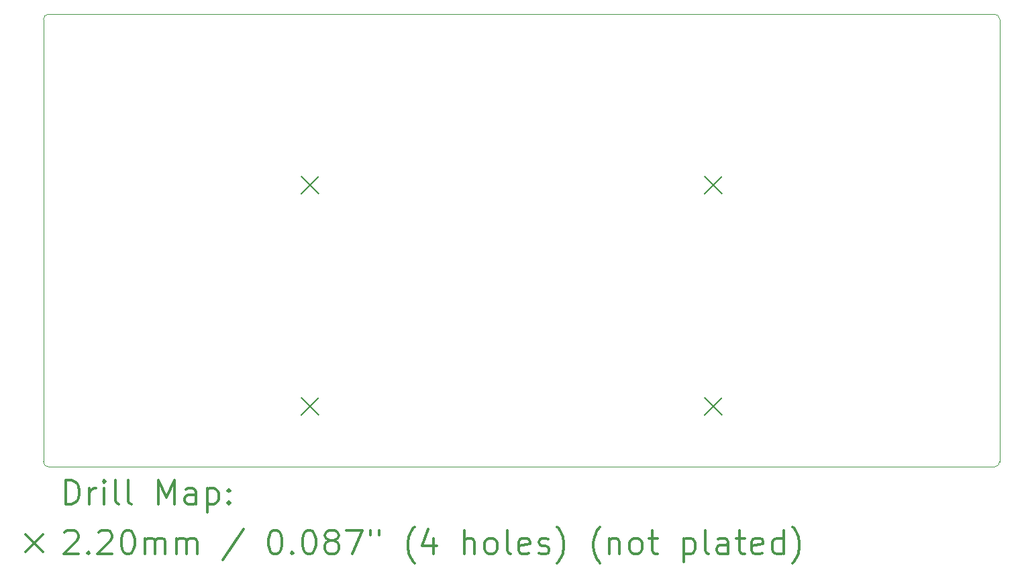
<source format=gbr>
%FSLAX45Y45*%
G04 Gerber Fmt 4.5, Leading zero omitted, Abs format (unit mm)*
G04 Created by KiCad (PCBNEW (5.1.9)-1) date 2022-04-18 12:46:46*
%MOMM*%
%LPD*%
G01*
G04 APERTURE LIST*
%TA.AperFunction,Profile*%
%ADD10C,0.100000*%
%TD*%
%ADD11C,0.200000*%
%ADD12C,0.300000*%
G04 APERTURE END LIST*
D10*
X13398500Y-2222500D02*
G75*
G02*
X13462000Y-2286000I0J-63500D01*
G01*
X13462000Y-7874000D02*
G75*
G02*
X13398500Y-7937500I-63500J0D01*
G01*
X1460500Y-7937500D02*
G75*
G02*
X1397000Y-7874000I0J63500D01*
G01*
X1397000Y-2286000D02*
G75*
G02*
X1460500Y-2222500I63500J0D01*
G01*
X13462000Y-2286000D02*
X13462000Y-7874000D01*
X1460500Y-2222500D02*
X13398500Y-2222500D01*
X1397000Y-7874000D02*
X1397000Y-2286000D01*
X13398500Y-7937500D02*
X1460500Y-7937500D01*
D11*
X4652500Y-4271500D02*
X4872500Y-4491500D01*
X4872500Y-4271500D02*
X4652500Y-4491500D01*
X4652500Y-7065500D02*
X4872500Y-7285500D01*
X4872500Y-7065500D02*
X4652500Y-7285500D01*
X9739500Y-4271500D02*
X9959500Y-4491500D01*
X9959500Y-4271500D02*
X9739500Y-4491500D01*
X9739500Y-7065500D02*
X9959500Y-7285500D01*
X9959500Y-7065500D02*
X9739500Y-7285500D01*
D12*
X1678428Y-8408214D02*
X1678428Y-8108214D01*
X1749857Y-8108214D01*
X1792714Y-8122500D01*
X1821286Y-8151071D01*
X1835571Y-8179643D01*
X1849857Y-8236786D01*
X1849857Y-8279643D01*
X1835571Y-8336786D01*
X1821286Y-8365357D01*
X1792714Y-8393929D01*
X1749857Y-8408214D01*
X1678428Y-8408214D01*
X1978428Y-8408214D02*
X1978428Y-8208214D01*
X1978428Y-8265357D02*
X1992714Y-8236786D01*
X2007000Y-8222500D01*
X2035571Y-8208214D01*
X2064143Y-8208214D01*
X2164143Y-8408214D02*
X2164143Y-8208214D01*
X2164143Y-8108214D02*
X2149857Y-8122500D01*
X2164143Y-8136786D01*
X2178428Y-8122500D01*
X2164143Y-8108214D01*
X2164143Y-8136786D01*
X2349857Y-8408214D02*
X2321286Y-8393929D01*
X2307000Y-8365357D01*
X2307000Y-8108214D01*
X2507000Y-8408214D02*
X2478428Y-8393929D01*
X2464143Y-8365357D01*
X2464143Y-8108214D01*
X2849857Y-8408214D02*
X2849857Y-8108214D01*
X2949857Y-8322500D01*
X3049857Y-8108214D01*
X3049857Y-8408214D01*
X3321286Y-8408214D02*
X3321286Y-8251071D01*
X3307000Y-8222500D01*
X3278428Y-8208214D01*
X3221286Y-8208214D01*
X3192714Y-8222500D01*
X3321286Y-8393929D02*
X3292714Y-8408214D01*
X3221286Y-8408214D01*
X3192714Y-8393929D01*
X3178428Y-8365357D01*
X3178428Y-8336786D01*
X3192714Y-8308214D01*
X3221286Y-8293929D01*
X3292714Y-8293929D01*
X3321286Y-8279643D01*
X3464143Y-8208214D02*
X3464143Y-8508214D01*
X3464143Y-8222500D02*
X3492714Y-8208214D01*
X3549857Y-8208214D01*
X3578428Y-8222500D01*
X3592714Y-8236786D01*
X3607000Y-8265357D01*
X3607000Y-8351071D01*
X3592714Y-8379643D01*
X3578428Y-8393929D01*
X3549857Y-8408214D01*
X3492714Y-8408214D01*
X3464143Y-8393929D01*
X3735571Y-8379643D02*
X3749857Y-8393929D01*
X3735571Y-8408214D01*
X3721286Y-8393929D01*
X3735571Y-8379643D01*
X3735571Y-8408214D01*
X3735571Y-8222500D02*
X3749857Y-8236786D01*
X3735571Y-8251071D01*
X3721286Y-8236786D01*
X3735571Y-8222500D01*
X3735571Y-8251071D01*
X1172000Y-8792500D02*
X1392000Y-9012500D01*
X1392000Y-8792500D02*
X1172000Y-9012500D01*
X1664143Y-8766786D02*
X1678428Y-8752500D01*
X1707000Y-8738214D01*
X1778428Y-8738214D01*
X1807000Y-8752500D01*
X1821286Y-8766786D01*
X1835571Y-8795357D01*
X1835571Y-8823929D01*
X1821286Y-8866786D01*
X1649857Y-9038214D01*
X1835571Y-9038214D01*
X1964143Y-9009643D02*
X1978428Y-9023929D01*
X1964143Y-9038214D01*
X1949857Y-9023929D01*
X1964143Y-9009643D01*
X1964143Y-9038214D01*
X2092714Y-8766786D02*
X2107000Y-8752500D01*
X2135571Y-8738214D01*
X2207000Y-8738214D01*
X2235571Y-8752500D01*
X2249857Y-8766786D01*
X2264143Y-8795357D01*
X2264143Y-8823929D01*
X2249857Y-8866786D01*
X2078428Y-9038214D01*
X2264143Y-9038214D01*
X2449857Y-8738214D02*
X2478428Y-8738214D01*
X2507000Y-8752500D01*
X2521286Y-8766786D01*
X2535571Y-8795357D01*
X2549857Y-8852500D01*
X2549857Y-8923929D01*
X2535571Y-8981072D01*
X2521286Y-9009643D01*
X2507000Y-9023929D01*
X2478428Y-9038214D01*
X2449857Y-9038214D01*
X2421286Y-9023929D01*
X2407000Y-9009643D01*
X2392714Y-8981072D01*
X2378428Y-8923929D01*
X2378428Y-8852500D01*
X2392714Y-8795357D01*
X2407000Y-8766786D01*
X2421286Y-8752500D01*
X2449857Y-8738214D01*
X2678428Y-9038214D02*
X2678428Y-8838214D01*
X2678428Y-8866786D02*
X2692714Y-8852500D01*
X2721286Y-8838214D01*
X2764143Y-8838214D01*
X2792714Y-8852500D01*
X2807000Y-8881072D01*
X2807000Y-9038214D01*
X2807000Y-8881072D02*
X2821286Y-8852500D01*
X2849857Y-8838214D01*
X2892714Y-8838214D01*
X2921286Y-8852500D01*
X2935571Y-8881072D01*
X2935571Y-9038214D01*
X3078428Y-9038214D02*
X3078428Y-8838214D01*
X3078428Y-8866786D02*
X3092714Y-8852500D01*
X3121286Y-8838214D01*
X3164143Y-8838214D01*
X3192714Y-8852500D01*
X3207000Y-8881072D01*
X3207000Y-9038214D01*
X3207000Y-8881072D02*
X3221286Y-8852500D01*
X3249857Y-8838214D01*
X3292714Y-8838214D01*
X3321286Y-8852500D01*
X3335571Y-8881072D01*
X3335571Y-9038214D01*
X3921286Y-8723929D02*
X3664143Y-9109643D01*
X4307000Y-8738214D02*
X4335571Y-8738214D01*
X4364143Y-8752500D01*
X4378428Y-8766786D01*
X4392714Y-8795357D01*
X4407000Y-8852500D01*
X4407000Y-8923929D01*
X4392714Y-8981072D01*
X4378428Y-9009643D01*
X4364143Y-9023929D01*
X4335571Y-9038214D01*
X4307000Y-9038214D01*
X4278428Y-9023929D01*
X4264143Y-9009643D01*
X4249857Y-8981072D01*
X4235571Y-8923929D01*
X4235571Y-8852500D01*
X4249857Y-8795357D01*
X4264143Y-8766786D01*
X4278428Y-8752500D01*
X4307000Y-8738214D01*
X4535571Y-9009643D02*
X4549857Y-9023929D01*
X4535571Y-9038214D01*
X4521286Y-9023929D01*
X4535571Y-9009643D01*
X4535571Y-9038214D01*
X4735571Y-8738214D02*
X4764143Y-8738214D01*
X4792714Y-8752500D01*
X4807000Y-8766786D01*
X4821286Y-8795357D01*
X4835571Y-8852500D01*
X4835571Y-8923929D01*
X4821286Y-8981072D01*
X4807000Y-9009643D01*
X4792714Y-9023929D01*
X4764143Y-9038214D01*
X4735571Y-9038214D01*
X4707000Y-9023929D01*
X4692714Y-9009643D01*
X4678428Y-8981072D01*
X4664143Y-8923929D01*
X4664143Y-8852500D01*
X4678428Y-8795357D01*
X4692714Y-8766786D01*
X4707000Y-8752500D01*
X4735571Y-8738214D01*
X5007000Y-8866786D02*
X4978428Y-8852500D01*
X4964143Y-8838214D01*
X4949857Y-8809643D01*
X4949857Y-8795357D01*
X4964143Y-8766786D01*
X4978428Y-8752500D01*
X5007000Y-8738214D01*
X5064143Y-8738214D01*
X5092714Y-8752500D01*
X5107000Y-8766786D01*
X5121286Y-8795357D01*
X5121286Y-8809643D01*
X5107000Y-8838214D01*
X5092714Y-8852500D01*
X5064143Y-8866786D01*
X5007000Y-8866786D01*
X4978428Y-8881072D01*
X4964143Y-8895357D01*
X4949857Y-8923929D01*
X4949857Y-8981072D01*
X4964143Y-9009643D01*
X4978428Y-9023929D01*
X5007000Y-9038214D01*
X5064143Y-9038214D01*
X5092714Y-9023929D01*
X5107000Y-9009643D01*
X5121286Y-8981072D01*
X5121286Y-8923929D01*
X5107000Y-8895357D01*
X5092714Y-8881072D01*
X5064143Y-8866786D01*
X5221286Y-8738214D02*
X5421286Y-8738214D01*
X5292714Y-9038214D01*
X5521286Y-8738214D02*
X5521286Y-8795357D01*
X5635571Y-8738214D02*
X5635571Y-8795357D01*
X6078428Y-9152500D02*
X6064143Y-9138214D01*
X6035571Y-9095357D01*
X6021286Y-9066786D01*
X6007000Y-9023929D01*
X5992714Y-8952500D01*
X5992714Y-8895357D01*
X6007000Y-8823929D01*
X6021286Y-8781072D01*
X6035571Y-8752500D01*
X6064143Y-8709643D01*
X6078428Y-8695357D01*
X6321286Y-8838214D02*
X6321286Y-9038214D01*
X6249857Y-8723929D02*
X6178428Y-8938214D01*
X6364143Y-8938214D01*
X6707000Y-9038214D02*
X6707000Y-8738214D01*
X6835571Y-9038214D02*
X6835571Y-8881072D01*
X6821286Y-8852500D01*
X6792714Y-8838214D01*
X6749857Y-8838214D01*
X6721286Y-8852500D01*
X6707000Y-8866786D01*
X7021286Y-9038214D02*
X6992714Y-9023929D01*
X6978428Y-9009643D01*
X6964143Y-8981072D01*
X6964143Y-8895357D01*
X6978428Y-8866786D01*
X6992714Y-8852500D01*
X7021286Y-8838214D01*
X7064143Y-8838214D01*
X7092714Y-8852500D01*
X7107000Y-8866786D01*
X7121286Y-8895357D01*
X7121286Y-8981072D01*
X7107000Y-9009643D01*
X7092714Y-9023929D01*
X7064143Y-9038214D01*
X7021286Y-9038214D01*
X7292714Y-9038214D02*
X7264143Y-9023929D01*
X7249857Y-8995357D01*
X7249857Y-8738214D01*
X7521286Y-9023929D02*
X7492714Y-9038214D01*
X7435571Y-9038214D01*
X7407000Y-9023929D01*
X7392714Y-8995357D01*
X7392714Y-8881072D01*
X7407000Y-8852500D01*
X7435571Y-8838214D01*
X7492714Y-8838214D01*
X7521286Y-8852500D01*
X7535571Y-8881072D01*
X7535571Y-8909643D01*
X7392714Y-8938214D01*
X7649857Y-9023929D02*
X7678428Y-9038214D01*
X7735571Y-9038214D01*
X7764143Y-9023929D01*
X7778428Y-8995357D01*
X7778428Y-8981072D01*
X7764143Y-8952500D01*
X7735571Y-8938214D01*
X7692714Y-8938214D01*
X7664143Y-8923929D01*
X7649857Y-8895357D01*
X7649857Y-8881072D01*
X7664143Y-8852500D01*
X7692714Y-8838214D01*
X7735571Y-8838214D01*
X7764143Y-8852500D01*
X7878428Y-9152500D02*
X7892714Y-9138214D01*
X7921286Y-9095357D01*
X7935571Y-9066786D01*
X7949857Y-9023929D01*
X7964143Y-8952500D01*
X7964143Y-8895357D01*
X7949857Y-8823929D01*
X7935571Y-8781072D01*
X7921286Y-8752500D01*
X7892714Y-8709643D01*
X7878428Y-8695357D01*
X8421286Y-9152500D02*
X8407000Y-9138214D01*
X8378428Y-9095357D01*
X8364143Y-9066786D01*
X8349857Y-9023929D01*
X8335571Y-8952500D01*
X8335571Y-8895357D01*
X8349857Y-8823929D01*
X8364143Y-8781072D01*
X8378428Y-8752500D01*
X8407000Y-8709643D01*
X8421286Y-8695357D01*
X8535571Y-8838214D02*
X8535571Y-9038214D01*
X8535571Y-8866786D02*
X8549857Y-8852500D01*
X8578428Y-8838214D01*
X8621286Y-8838214D01*
X8649857Y-8852500D01*
X8664143Y-8881072D01*
X8664143Y-9038214D01*
X8849857Y-9038214D02*
X8821286Y-9023929D01*
X8807000Y-9009643D01*
X8792714Y-8981072D01*
X8792714Y-8895357D01*
X8807000Y-8866786D01*
X8821286Y-8852500D01*
X8849857Y-8838214D01*
X8892714Y-8838214D01*
X8921286Y-8852500D01*
X8935571Y-8866786D01*
X8949857Y-8895357D01*
X8949857Y-8981072D01*
X8935571Y-9009643D01*
X8921286Y-9023929D01*
X8892714Y-9038214D01*
X8849857Y-9038214D01*
X9035571Y-8838214D02*
X9149857Y-8838214D01*
X9078428Y-8738214D02*
X9078428Y-8995357D01*
X9092714Y-9023929D01*
X9121286Y-9038214D01*
X9149857Y-9038214D01*
X9478428Y-8838214D02*
X9478428Y-9138214D01*
X9478428Y-8852500D02*
X9507000Y-8838214D01*
X9564143Y-8838214D01*
X9592714Y-8852500D01*
X9607000Y-8866786D01*
X9621286Y-8895357D01*
X9621286Y-8981072D01*
X9607000Y-9009643D01*
X9592714Y-9023929D01*
X9564143Y-9038214D01*
X9507000Y-9038214D01*
X9478428Y-9023929D01*
X9792714Y-9038214D02*
X9764143Y-9023929D01*
X9749857Y-8995357D01*
X9749857Y-8738214D01*
X10035571Y-9038214D02*
X10035571Y-8881072D01*
X10021286Y-8852500D01*
X9992714Y-8838214D01*
X9935571Y-8838214D01*
X9907000Y-8852500D01*
X10035571Y-9023929D02*
X10007000Y-9038214D01*
X9935571Y-9038214D01*
X9907000Y-9023929D01*
X9892714Y-8995357D01*
X9892714Y-8966786D01*
X9907000Y-8938214D01*
X9935571Y-8923929D01*
X10007000Y-8923929D01*
X10035571Y-8909643D01*
X10135571Y-8838214D02*
X10249857Y-8838214D01*
X10178428Y-8738214D02*
X10178428Y-8995357D01*
X10192714Y-9023929D01*
X10221286Y-9038214D01*
X10249857Y-9038214D01*
X10464143Y-9023929D02*
X10435571Y-9038214D01*
X10378428Y-9038214D01*
X10349857Y-9023929D01*
X10335571Y-8995357D01*
X10335571Y-8881072D01*
X10349857Y-8852500D01*
X10378428Y-8838214D01*
X10435571Y-8838214D01*
X10464143Y-8852500D01*
X10478428Y-8881072D01*
X10478428Y-8909643D01*
X10335571Y-8938214D01*
X10735571Y-9038214D02*
X10735571Y-8738214D01*
X10735571Y-9023929D02*
X10707000Y-9038214D01*
X10649857Y-9038214D01*
X10621286Y-9023929D01*
X10607000Y-9009643D01*
X10592714Y-8981072D01*
X10592714Y-8895357D01*
X10607000Y-8866786D01*
X10621286Y-8852500D01*
X10649857Y-8838214D01*
X10707000Y-8838214D01*
X10735571Y-8852500D01*
X10849857Y-9152500D02*
X10864143Y-9138214D01*
X10892714Y-9095357D01*
X10907000Y-9066786D01*
X10921286Y-9023929D01*
X10935571Y-8952500D01*
X10935571Y-8895357D01*
X10921286Y-8823929D01*
X10907000Y-8781072D01*
X10892714Y-8752500D01*
X10864143Y-8709643D01*
X10849857Y-8695357D01*
M02*

</source>
